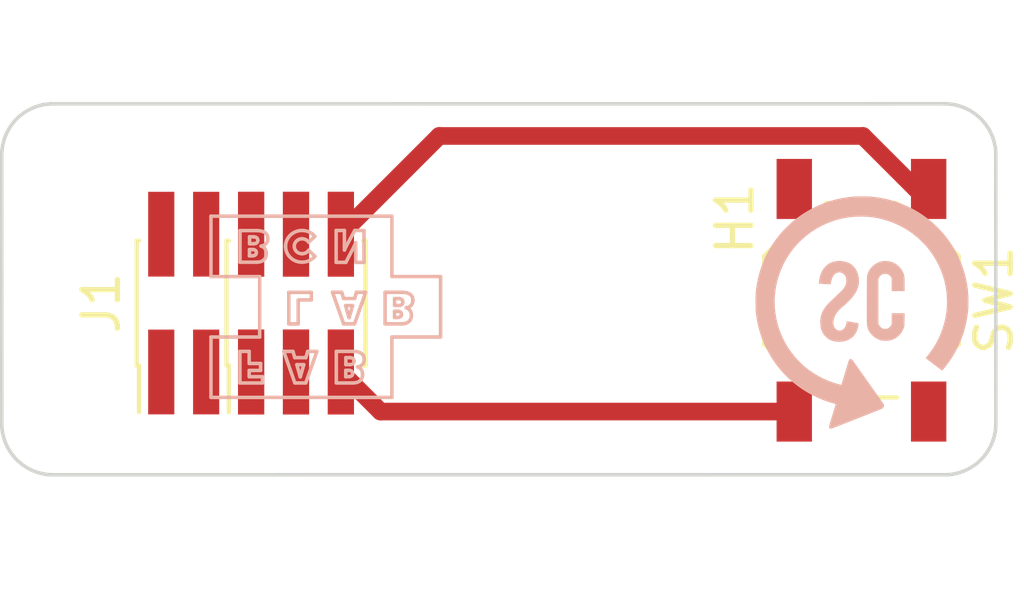
<source format=kicad_pcb>
(kicad_pcb (version 20211014) (generator pcbnew)
  (layers (0 "F.Cu" signal) (31 "B.Cu" signal) (34 "B.Paste" user) (35 "F.Paste" user) (36 "B.SilkS" user "B.Silkscreen") (37 "F.SilkS" user "F.Silkscreen") (38 "B.Mask" user) (39 "F.Mask" user) (44 "Edge.Cuts" user))
  (net 0 "")
  (net 1 "Board_0-Net-(J1-Pad10)")
  (net 2 "Board_0-Net-(J1-Pad9)")
  (footprint "Connector_PinHeader_1.27mm:PinHeader_2x05_P1.27mm_Vertical_SMD" (layer "F.Cu") (at 22.05 20.64 90)
    (fp_text reference "J1" (at 0 -4.235 90 unlocked) (layer "F.SilkS"))
    (fp_text value "Conn_02x05_Odd_Even")
    (fp_line (start -1.765 3.17) (end -1.765 3.235) (layer "F.SilkS") (width 0.12))
    (fp_line (start -1.765 -3.235) (end -1.765 -3.17) (layer "F.SilkS") (width 0.12))
    (fp_line (start -3.09 -3.17) (end -1.765 -3.17) (layer "F.SilkS") (width 0.12))
    (fp_line (start 1.765 -3.235) (end 1.765 -3.17) (layer "F.SilkS") (width 0.12))
    (fp_line (start 1.765 3.17) (end 1.765 3.235) (layer "F.SilkS") (width 0.12))
    (fp_line (start -1.765 -3.235) (end 1.765 -3.235) (layer "F.SilkS") (width 0.12))
    (fp_line (start -1.765 3.235) (end 1.765 3.235) (layer "F.SilkS") (width 0.12))
    (pad "1" smd rect locked (at -1.95 -2.54 90) (size 2.4 0.74) (layers "F.Cu" "F.Paste" "F.Mask"))
    (pad "2" smd rect locked (at 1.95 -2.54 90) (size 2.4 0.74) (layers "F.Cu" "F.Paste" "F.Mask"))
    (pad "3" smd rect locked (at -1.95 -1.27 90) (size 2.4 0.74) (layers "F.Cu" "F.Paste" "F.Mask"))
    (pad "4" smd rect locked (at 1.95 -1.27 90) (size 2.4 0.74) (layers "F.Cu" "F.Paste" "F.Mask"))
    (pad "5" smd rect locked (at -1.95 0 90) (size 2.4 0.74) (layers "F.Cu" "F.Paste" "F.Mask"))
    (pad "6" smd rect locked (at 1.95 0 90) (size 2.4 0.74) (layers "F.Cu" "F.Paste" "F.Mask"))
    (pad "7" smd rect locked (at -1.95 1.27 90) (size 2.4 0.74) (layers "F.Cu" "F.Paste" "F.Mask"))
    (pad "8" smd rect locked (at 1.95 1.27 90) (size 2.4 0.74) (layers "F.Cu" "F.Paste" "F.Mask"))
    (pad "9" smd rect locked (at -1.95 2.54 90) (size 2.4 0.74) (layers "F.Cu" "F.Paste" "F.Mask") (net 2 "Board_0-Net-(J1-Pad9)"))
    (pad "10" smd rect locked (at 1.95 2.54 90) (size 2.4 0.74) (layers "F.Cu" "F.Paste" "F.Mask") (net 1 "Board_0-Net-(J1-Pad10)"))
  )
  (footprint "Button_Switch_SMD:SW_SPST_TL3342" (layer "F.Cu") (at 39.31 20.56 -90)
    (fp_text reference "SW1" (at 0 -3.75 90 unlocked) (layer "F.SilkS"))
    (fp_text value "SW_SPST")
    (fp_line (start -1.25 -2.75) (end 1.25 -2.75) (layer "F.SilkS") (width 0.12))
    (fp_line (start 1.7 -2.3) (end 1.25 -2.75) (layer "F.SilkS") (width 0.12))
    (fp_line (start -1.7 2.3) (end -1.25 2.75) (layer "F.SilkS") (width 0.12))
    (fp_line (start -2.75 -1) (end -2.75 1) (layer "F.SilkS") (width 0.12))
    (fp_line (start 1.7 2.3) (end 1.25 2.75) (layer "F.SilkS") (width 0.12))
    (fp_line (start 2.75 -1) (end 2.75 1) (layer "F.SilkS") (width 0.12))
    (fp_line (start -1.7 -2.3) (end -1.25 -2.75) (layer "F.SilkS") (width 0.12))
    (fp_line (start -1.25 2.75) (end 1.25 2.75) (layer "F.SilkS") (width 0.12))
    (pad "1" smd rect locked (at -3.15 -1.9 270) (size 1.7 1) (layers "F.Cu" "F.Paste" "F.Mask") (net 1 "Board_0-Net-(J1-Pad10)"))
    (pad "1" smd rect locked (at 3.15 -1.9 270) (size 1.7 1) (layers "F.Cu" "F.Paste" "F.Mask") (net 1 "Board_0-Net-(J1-Pad10)"))
    (pad "2" smd rect locked (at 3.15 1.9 270) (size 1.7 1) (layers "F.Cu" "F.Paste" "F.Mask") (net 2 "Board_0-Net-(J1-Pad9)"))
    (pad "2" smd rect locked (at -3.15 1.9 270) (size 1.7 1) (layers "F.Cu" "F.Paste" "F.Mask") (net 2 "Board_0-Net-(J1-Pad9)"))
  )
  (footprint "MountingHole:MountingHole_3.2mm_M3" (layer "F.Cu") (at 33.35 20.57 -90)
    (fp_text reference "H1" (at -2.32 -2.38 90 unlocked) (layer "F.SilkS"))
    (fp_text value "MountingHole")
    (pad "" np_thru_hole circle locked (at 0 -0.14 270) (size 3.2 3.2) (drill 3.2) (layers *.Cu *.Mask))
  )
  (footprint "Connector_PinHeader_1.27mm:PinHeader_2x03_P1.27mm_Vertical_SMD" (layer "F.Cu") (at 23.32 20.64 90)
    (fp_text reference "J2" hide)
    (fp_text value "Conn_02x03_Odd_Even")
    (fp_line (start -1.765 1.9) (end -1.765 1.965) (layer "F.SilkS") (width 0.12))
    (fp_line (start -1.765 -1.965) (end -1.765 -1.9) (layer "F.SilkS") (width 0.12))
    (fp_line (start -1.765 -1.965) (end 1.765 -1.965) (layer "F.SilkS") (width 0.12))
    (fp_line (start -3.09 -1.9) (end -1.765 -1.9) (layer "F.SilkS") (width 0.12))
    (fp_line (start 1.765 1.9) (end 1.765 1.965) (layer "F.SilkS") (width 0.12))
    (fp_line (start 1.765 -1.965) (end 1.765 -1.9) (layer "F.SilkS") (width 0.12))
    (fp_line (start -1.765 1.965) (end 1.765 1.965) (layer "F.SilkS") (width 0.12))
    (pad "1" smd rect locked (at -1.95 -1.27 90) (size 2.4 0.74) (layers "F.Cu" "F.Paste" "F.Mask"))
    (pad "2" smd rect locked (at 1.95 -1.27 90) (size 2.4 0.74) (layers "F.Cu" "F.Paste" "F.Mask"))
    (pad "3" smd rect locked (at -1.95 0 90) (size 2.4 0.74) (layers "F.Cu" "F.Paste" "F.Mask"))
    (pad "4" smd rect locked (at 1.95 0 90) (size 2.4 0.74) (layers "F.Cu" "F.Paste" "F.Mask"))
    (pad "5" smd rect locked (at -1.95 1.27 90) (size 2.4 0.74) (layers "F.Cu" "F.Paste" "F.Mask") (net 2 "Board_0-Net-(J1-Pad9)"))
    (pad "6" smd rect locked (at 1.95 1.27 90) (size 2.4 0.74) (layers "F.Cu" "F.Paste" "F.Mask") (net 1 "Board_0-Net-(J1-Pad10)"))
  )
  (footprint "logos:smartcitizen" (layer "B.Cu") (at 39.49 20.93)
    (fp_text reference "U2" hide)
    (fp_text value "sc" hide)
    (fp_poly (pts (xy -1.043464 3.260296) (xy -1.042292 3.260179) (xy -1.03467 3.258031) (xy -1.018255 3.252363) (xy -0.993684 3.243427) (xy -0.961597 3.231473) (xy -0.922632 3.216754) (xy -0.877427 3.199519) (xy -0.826621 3.180021) (xy -0.770852 3.158511) (xy -0.710759 3.13524) (xy -0.64698 3.110459) (xy -0.580155 3.084419) (xy -0.51092 3.057372) (xy -0.439915 3.029569) (xy -0.367779 3.001261) (xy -0.295149 2.9727) (xy -0.222665 2.944136) (xy -0.150965 2.915822) (xy -0.080686 2.888007) (xy -0.012469 2.860944) (xy 0.053049 2.834884) (xy 0.115229 2.810077) (xy 0.173433 2.786776) (xy 0.227023 2.765231) (xy 0.275359 2.745694) (xy 0.317803 2.728416) (xy 0.353716 2.713647) (xy 0.382461 2.701641) (xy 0.403399 2.692647) (xy 0.415891 2.686917) (xy 0.419094 2.685129) (xy 0.436992 2.665485) (xy 0.448292 2.640472) (xy 0.452418 2.612905) (xy 0.448792 2.585598) (xy 0.4426 2.570405) (xy 0.438534 2.564129) (xy 0.429002 2.550142) (xy 0.414401 2.529008) (xy 0.395131 2.501293) (xy 0.371591 2.467562) (xy 0.34418 2.42838) (xy 0.313295 2.384312) (xy 0.279337 2.335924) (xy 0.242704 2.283781) (xy 0.203794 2.228448) (xy 0.163007 2.17049) (xy 0.12074 2.110472) (xy 0.077394 2.048959) (xy 0.033367 1.986517) (xy -0.010943 1.923711) (xy -0.055136 1.861107) (xy -0.098815 1.799268) (xy -0.141579 1.738761) (xy -0.183031 1.68015) (xy -0.222772 1.624002) (xy -0.260402 1.57088) (xy -0.295523 1.52135) (xy -0.327736 1.475978) (xy -0.356643 1.435329) (xy -0.381844 1.399967) (xy -0.402941 1.370458) (xy -0.419535 1.347368) (xy -0.431227 1.33126) (xy -0.437619 1.322702) (xy -0.438536 1.321588) (xy -0.456939 1.306435) (xy -0.477196 1.297251) (xy -0.489577 1.2954) (xy -0.503488 1.299866) (xy -0.517861 1.311627) (xy -0.530293 1.328234) (xy -0.537516 1.344265) (xy -0.540022 1.352406) (xy -0.545205 1.36942) (xy -0.552807 1.394451) (xy -0.562569 1.426647) (xy -0.574232 1.465151) (xy -0.587538 1.50911) (xy -0.602228 1.557671) (xy -0.618043 1.609977) (xy -0.634724 1.665176) (xy -0.643486 1.69418) (xy -0.660355 1.74996) (xy -0.676386 1.802848) (xy -0.691336 1.852046) (xy -0.704961 1.896756) (xy -0.717015 1.93618) (xy -0.727255 1.969518) (xy -0.735437 1.995975) (xy -0.741315 2.01475) (xy -0.744646 2.025046) (xy -0.74531 2.026813) (xy -0.751258 2.026903) (xy -0.765496 2.0243) (xy -0.786627 2.019382) (xy -0.813259 2.012531) (xy -0.843996 2.004128) (xy -0.877443 1.994553) (xy -0.912206 1.984187) (xy -0.94689 1.97341) (xy -0.9779 1.963337) (xy -1.126235 1.908794) (xy -1.269201 1.845654) (xy -1.407087 1.773762) (xy -1.540178 1.692962) (xy -1.668763 1.603096) (xy -1.734659 1.552158) (xy -1.852291 1.451687) (xy -1.962946 1.344063) (xy -2.06632 1.229759) (xy -2.162107 1.109247) (xy -2.250004 0.982998) (xy -2.329705 0.851485) (xy -2.400906 0.715179) (xy -2.463303 0.574553) (xy -2.516589 0.430078) (xy -2.560462 0.282226) (xy -2.564465 0.2667) (xy -2.598174 0.113772) (xy -2.621792 -0.039886) (xy -2.635336 -0.193958) (xy -2.63882 -0.348126) (xy -2.63226 -0.502072) (xy -2.615672 -0.65548) (xy -2.589071 -0.808033) (xy -2.552473 -0.959414) (xy -2.505893 -1.109304) (xy -2.495796 -1.13792) (xy -2.438557 -1.282315) (xy -2.372697 -1.421654) (xy -2.298564 -1.555657) (xy -2.216506 -1.68404) (xy -2.126872 -1.806521) (xy -2.030009 -1.922819) (xy -1.926266 -2.032652) (xy -1.815991 -2.135736) (xy -1.699531 -2.231791) (xy -1.577236 -2.320534) (xy -1.449453 -2.401683) (xy -1.31653 -2.474955) (xy -1.178815 -2.54007) (xy -1.036657 -2.596744) (xy -0.890403 -2.644696) (xy -0.740402 -2.683643) (xy -0.587002 -2.713304) (xy -0.54356 -2.719896) (xy -0.403659 -2.735516) (xy -0.260651 -2.74312) (xy -0.117097 -2.742686) (xy 0.024443 -2.734196) (xy 0.10922 -2.724985) (xy 0.263491 -2.700112) (xy 0.416114 -2.665375) (xy 0.566421 -2.621018) (xy 0.713746 -2.56729) (xy 0.857424 -2.504436) (xy 0.996789 -2.432705) (xy 1.131174 -2.352342) (xy 1.152753 -2.338315) (xy 1.275675 -2.251818) (xy 1.393516 -2.157517) (xy 1.505308 -2.056315) (xy 1.610082 -1.949118) (xy 1.706869 -1.836831) (xy 1.753327 -1.777254) (xy 1.843629 -1.649076) (xy 1.925056 -1.516502) (xy 1.997493 -1.379959) (xy 2.060823 -1.239877) (xy 2.11493 -1.096683) (xy 2.1597 -0.950804) (xy 2.195017 -0.802668) (xy 2.220765 -0.652704) (xy 2.236828 -0.501339) (xy 2.243091 -0.349002) (xy 2.239438 -0.196119) (xy 2.225753 -0.043119) (xy 2.224551 -0.033471) (xy 2.199956 0.120478) (xy 2.165585 0.272185) (xy 2.121657 0.421149) (xy 2.068389 0.566872) (xy 2.006 0.708854) (xy 1.934709 0.846597) (xy 1.854734 0.979599) (xy 1.766293 1.107363) (xy 1.674772 1.223265) (xy 1.660073 1.241592) (xy 1.649507 1.256488) (xy 1.64407 1.266453) (xy 1.643888 1.269729) (xy 1.651795 1.276436) (xy 1.666487 1.288174) (xy 1.687075 1.304275) (xy 1.712673 1.324068) (xy 1.742392 1.346883) (xy 1.775344 1.37205) (xy 1.810643 1.3989) (xy 1.8474 1.426761) (xy 1.884728 1.454965) (xy 1.921738 1.482841) (xy 1.957543 1.509719) (xy 1.991256 1.53493) (xy 2.021989 1.557803) (xy 2.048854 1.577668) (xy 2.070963 1.593856) (xy 2.087428 1.605697) (xy 2.097363 1.612519) (xy 2.099981 1.613947) (xy 2.106051 1.609043) (xy 2.117335 1.597183) (xy 2.132896 1.579496) (xy 2.151794 1.557113) (xy 2.173092 1.531162) (xy 2.195851 1.502773) (xy 2.219132 1.473075) (xy 2.241997 1.443197) (xy 2.243371 1.441376) (xy 2.343576 1.300094) (xy 2.435173 1.153664) (xy 2.517982 1.00252) (xy 2.59182 0.847095) (xy 2.656507 0.687823) (xy 2.711861 0.525138) (xy 2.757701 0.359473) (xy 2.793844 0.191261) (xy 2.811681 0.083313) (xy 2.822257 0.004411) (xy 2.830251 -0.070941) (xy 2.835877 -0.145844) (xy 2.83935 -0.223399) (xy 2.840884 -0.306707) (xy 2.841004 -0.34036) (xy 2.837251 -0.498393) (xy 2.8258 -0.651238) (xy 2.806365 -0.800659) (xy 2.778659 -0.948416) (xy 2.742396 -1.096274) (xy 2.697288 -1.245995) (xy 2.690165 -1.26746) (xy 2.630049 -1.430905) (xy 2.561124 -1.589503) (xy 2.483653 -1.742974) (xy 2.397899 -1.891042) (xy 2.304127 -2.033429) (xy 2.2026 -2.169856) (xy 2.093582 -2.300047) (xy 1.977338 -2.423724) (xy 1.85413 -2.540609) (xy 1.724223 -2.650424) (xy 1.587881 -2.752892) (xy 1.445367 -2.847735) (xy 1.296946 -2.934675) (xy 1.142881 -3.013435) (xy 0.983436 -3.083736) (xy 0.9525 -3.096137) (xy 0.791613 -3.154625) (xy 0.629556 -3.203501) (xy 0.465363 -3.24299) (xy 0.298066 -3.273314) (xy 0.126699 -3.294697) (xy 0.07366 -3.299459) (xy 0.047884 -3.301118) (xy 0.014476 -3.302584) (xy -0.024867 -3.303839) (xy -0.068444 -3.304866) (xy -0.114556 -3.30565) (xy -0.161503 -3.306173) (xy -0.207587 -3.306419) (xy -0.251107 -3.306371) (xy -0.290364 -3.306013) (xy -0.323658 -3.305327) (xy -0.349291 -3.304297) (xy -0.35814 -3.303695) (xy -0.453635 -3.295037) (xy -0.541103 -3.285384) (xy -0.622658 -3.2744) (xy -0.700413 -3.261749) (xy -0.776479 -3.247098) (xy -0.852971 -3.23011) (xy -0.90932 -3.216287) (xy -1.079763 -3.167791) (xy -1.246203 -3.109981) (xy -1.408426 -3.042967) (xy -1.566218 -2.966859) (xy -1.719362 -2.881768) (xy -1.867643 -2.787804) (xy -2.010847 -2.685078) (xy -2.12852 -2.590868) (xy -2.159006 -2.564291) (xy -2.194485 -2.531796) (xy -2.2335 -2.494843) (xy -2.274592 -2.454894) (xy -2.316304 -2.413407) (xy -2.357176 -2.371845) (xy -2.395752 -2.331669) (xy -2.430572 -2.294338) (xy -2.460179 -2.261314) (xy -2.475962 -2.24282) (xy -2.586305 -2.102332) (xy -2.687392 -1.957742) (xy -2.779176 -1.809168) (xy -2.861609 -1.656728) (xy -2.934643 -1.50054) (xy -2.998231 -1.34072) (xy -3.052325 -1.177387) (xy -3.096877 -1.010659) (xy -3.131839 -0.840653) (xy -3.157165 -0.667487) (xy -3.170238 -0.529754) (xy -3.172114 -0.49531) (xy -3.173394 -0.45314) (xy -3.174104 -0.405053) (xy -3.174272 -0.35286) (xy -3.173924 -0.298374) (xy -3.173086 -0.243404) (xy -3.171785 -0.189761) (xy -3.170048 -0.139256) (xy -3.167902 -0.093701) (xy -3.165372 -0.054905) (xy -3.162866 -0.02794) (xy -3.142871 0.121637) (xy -3.117361 0.264411) (xy -3.08586 0.402403) (xy -3.047893 0.537632) (xy -3.002986 0.672118) (xy -2.989573 0.70866) (xy -2.923973 0.869838) (xy -2.849801 1.025766) (xy -2.767332 1.176195) (xy -2.676838 1.320875) (xy -2.578591 1.459558) (xy -2.472866 1.591993) (xy -2.359934 1.717933) (xy -2.240069 1.837127) (xy -2.113545 1.949327) (xy -1.980633 2.054283) (xy -1.841607 2.151746) (xy -1.696741 2.241466) (xy -1.546306 2.323195) (xy -1.390576 2.396683) (xy -1.229825 2.461682) (xy -1.064324 2.517941) (xy -0.980812 2.542455) (xy -0.954262 2.550111) (xy -0.931599 2.557147) (xy -0.914442 2.56302) (xy -0.904405 2.567187) (xy -0.902469 2.568753) (xy -0.904059 2.574233) (xy -0.908382 2.58859) (xy -0.915185 2.610994) (xy -0.924214 2.640613) (xy -0.935214 2.676613) (xy -0.947931 2.718163) (xy -0.962111 2.76443) (xy -0.977499 2.814584) (xy -0.993841 2.86779) (xy -0.997719 2.88041) (xy -1.018045 2.946625) (xy -1.035514 3.003851) (xy -1.050283 3.052801) (xy -1.062511 3.094188) (xy -1.072353 3.128726) (xy -1.079967 3.157128) (xy -1.085511 3.180108) (xy -1.089142 3.198378) (xy -1.091018 3.212653) (xy -1.091295 3.223645) (xy -1.090131 3.232068) (xy -1.087683 3.238635) (xy -1.084109 3.244059) (xy -1.079566 3.249054) (xy -1.079122 3.249501) (xy -1.069296 3.25764) (xy -1.058925 3.260799) (xy -1.043464 3.260296)) (layer "B.SilkS") (width 0.01) (fill solid))
    (fp_poly (pts (xy -0.738043 0.798215) (xy -0.669289 0.787007) (xy -0.603769 0.768715) (xy -0.567807 0.754792) (xy -0.529241 0.736878) (xy -0.497252 0.718803) (xy -0.468471 0.698322) (xy -0.439532 0.67319) (xy -0.426207 0.6604) (xy -0.380123 0.609356) (xy -0.342834 0.554864) (xy -0.313359 0.495275) (xy -0.292645 0.435729) (xy -0.287215 0.415187) (xy -0.281662 0.391118) (xy -0.276354 0.365557) (xy -0.271662 0.340541) (xy -0.267955 0.318105) (xy -0.265601 0.300284) (xy -0.264971 0.289115) (xy -0.265562 0.286466) (xy -0.271075 0.284891) (xy -0.285126 0.281853) (xy -0.306239 0.27762) (xy -0.33294 0.272462) (xy -0.363755 0.266646) (xy -0.397208 0.260442) (xy -0.431827 0.254119) (xy -0.466135 0.247944) (xy -0.49866 0.242187) (xy -0.527926 0.237117) (xy -0.552459 0.233002) (xy -0.570785 0.230111) (xy -0.581428 0.228713) (xy -0.58293 0.228625) (xy -0.591884 0.231207) (xy -0.59436 0.240626) (xy -0.59436 0.240649) (xy -0.596217 0.257254) (xy -0.601227 0.280403) (xy -0.608553 0.307295) (xy -0.617357 0.335131) (xy -0.6268 0.361112) (xy -0.636045 0.382437) (xy -0.637904 0.386101) (xy -0.663056 0.425419) (xy -0.692313 0.455443) (xy -0.725685 0.476179) (xy -0.763181 0.487633) (xy -0.804812 0.48981) (xy -0.828654 0.487188) (xy -0.861538 0.479284) (xy -0.888234 0.466327) (xy -0.912182 0.446518) (xy -0.918078 0.440354) (xy -0.941251 0.410544) (xy -0.958201 0.377465) (xy -0.969417 0.339563) (xy -0.975386 0.295288) (xy -0.976712 0.254) (xy -0.973314 0.199411) (xy -0.963074 0.147389) (xy -0.945426 0.096436) (xy -0.919805 0.045056) (xy -0.885646 -0.008252) (xy -0.869443 -0.03048) (xy -0.845144 -0.061245) (xy -0.819127 -0.09087) (xy -0.789923 -0.120819) (xy -0.756063 -0.152554) (xy -0.716079 -0.187537) (xy -0.68834 -0.21086) (xy -0.652393 -0.240992) (xy -0.622421 -0.266823) (xy -0.596362 -0.290267) (xy -0.572156 -0.313242) (xy -0.547743 -0.337662) (xy -0.521062 -0.365444) (xy -0.513683 -0.373259) (xy -0.451826 -0.442601) (xy -0.399168 -0.509711) (xy -0.355225 -0.575437) (xy -0.319514 -0.640627) (xy -0.291552 -0.706128) (xy -0.270856 -0.772789) (xy -0.261288 -0.81598) (xy -0.257088 -0.84855) (xy -0.255052 -0.887985) (xy -0.255091 -0.931245) (xy -0.257116 -0.975287) (xy -0.261037 -1.01707) (xy -0.266764 -1.053553) (xy -0.268521 -1.06172) (xy -0.287626 -1.12735) (xy -0.313639 -1.189866) (xy -0.345741 -1.248048) (xy -0.383111 -1.300674) (xy -0.424932 -1.346526) (xy -0.470385 -1.384383) (xy -0.496428 -1.401233) (xy -0.558429 -1.431801) (xy -0.626146 -1.454873) (xy -0.698165 -1.470192) (xy -0.773077 -1.477506) (xy -0.849468 -1.476557) (xy -0.890991 -1.472501) (xy -0.964762 -1.458518) (xy -1.032684 -1.436241) (xy -1.094818 -1.40564) (xy -1.151228 -1.366686) (xy -1.198349 -1.323204) (xy -1.24697 -1.264668) (xy -1.288316 -1.199178) (xy -1.322286 -1.126976) (xy -1.348779 -1.048303) (xy -1.367695 -0.963399) (xy -1.376715 -0.897088) (xy -1.378732 -0.87571) (xy -1.380045 -0.858504) (xy -1.3805 -0.847701) (xy -1.380261 -0.845166) (xy -1.375084 -0.844498) (xy -1.36126 -0.843272) (xy -1.340279 -0.841595) (xy -1.31363 -0.839569) (xy -1.282806 -0.837302) (xy -1.249296 -0.834895) (xy -1.214591 -0.832456) (xy -1.180182 -0.830087) (xy -1.147559 -0.827894) (xy -1.118212 -0.825981) (xy -1.093634 -0.824453) (xy -1.075313 -0.823414) (xy -1.06474 -0.82297) (xy -1.063875 -0.822961) (xy -1.058947 -0.823946) (xy -1.05516 -0.828073) (xy -1.051856 -0.837099) (xy -1.04838 -0.852781) (xy -1.044388 -0.87503) (xy -1.035273 -0.918885) (xy -1.02336 -0.962245) (xy -1.00957 -1.002243) (xy -0.994825 -1.036013) (xy -0.989302 -1.046373) (xy -0.970886 -1.073178) (xy -0.946938 -1.100104) (xy -0.920488 -1.12413) (xy -0.89457 -1.142234) (xy -0.891271 -1.144063) (xy -0.853605 -1.158606) (xy -0.813324 -1.164027) (xy -0.772313 -1.160313) (xy -0.732457 -1.147452) (xy -0.727598 -1.145175) (xy -0.704906 -1.131234) (xy -0.68069 -1.111633) (xy -0.657812 -1.089114) (xy -0.639135 -1.066419) (xy -0.629977 -1.051669) (xy -0.618007 -1.020501) (xy -0.609687 -0.982718) (xy -0.605272 -0.94128) (xy -0.605018 -0.899149) (xy -0.609178 -0.859285) (xy -0.612148 -0.844588) (xy -0.62766 -0.796724) (xy -0.651493 -0.74751) (xy -0.682449 -0.699149) (xy -0.710044 -0.664276) (xy -0.717661 -0.656299) (xy -0.7319 -0.642209) (xy -0.751927 -0.6228) (xy -0.776913 -0.598864) (xy -0.806026 -0.571195) (xy -0.838434 -0.540587) (xy -0.873306 -0.507832) (xy -0.906989 -0.476353) (xy -0.944525 -0.441169) (xy -0.981245 -0.406391) (xy -1.01617 -0.372971) (xy -1.048317 -0.341865) (xy -1.076706 -0.314024) (xy -1.100356 -0.290405) (xy -1.118287 -0.271959) (xy -1.12776 -0.261675) (xy -1.176751 -0.203487) (xy -1.217801 -0.149028) (xy -1.2517 -0.096826) (xy -1.279237 -0.045412) (xy -1.3012 0.006685) (xy -1.318379 0.060937) (xy -1.331382 0.117873) (xy -1.335397 0.140224) (xy -1.338187 0.16007) (xy -1.339885 0.179875) (xy -1.340626 0.202101) (xy -1.340544 0.229212) (xy -1.339773 0.26367) (xy -1.339622 0.269069) (xy -1.337476 0.319098) (xy -1.333862 0.361404) (xy -1.328363 0.398372) (xy -1.320561 0.432384) (xy -1.310036 0.465825) (xy -1.300766 0.490314) (xy -1.271001 0.552134) (xy -1.23351 0.609131) (xy -1.189286 0.660201) (xy -1.139321 0.704243) (xy -1.084605 0.740155) (xy -1.068265 0.748755) (xy -1.009939 0.772642) (xy -0.945981 0.789554) (xy -0.878163 0.799467) (xy -0.808259 0.802361) (xy -0.738043 0.798215)) (layer "B.SilkS") (width 0.01) (fill solid))
    (fp_poly (pts (xy 0.527669 0.773423) (xy 0.562492 0.771923) (xy 0.593173 0.769315) (xy 0.61687 0.765628) (xy 0.617394 0.765512) (xy 0.689322 0.744467) (xy 0.75614 0.714822) (xy 0.81736 0.676958) (xy 0.872497 0.631254) (xy 0.921063 0.57809) (xy 0.962572 0.517847) (xy 0.983099 0.48006) (xy 0.99544 0.454587) (xy 1.005566 0.431887) (xy 1.013709 0.410561) (xy 1.020104 0.389207) (xy 1.024984 0.366424) (xy 1.028583 0.340811) (xy 1.031136 0.310966) (xy 1.032875 0.275489) (xy 1.034034 0.232978) (xy 1.034848 0.182032) (xy 1.035011 0.16891) (xy 1.037049 0) (xy 0.68072 0) (xy 0.68072 0.14713) (xy 0.680675 0.190143) (xy 0.68049 0.224315) (xy 0.680085 0.250963) (xy 0.679379 0.271407) (xy 0.678293 0.286964) (xy 0.676748 0.298953) (xy 0.674664 0.308692) (xy 0.671961 0.317499) (xy 0.670129 0.322566) (xy 0.654523 0.352398) (xy 0.631294 0.381434) (xy 0.602832 0.407164) (xy 0.571528 0.427074) (xy 0.569872 0.427901) (xy 0.552235 0.436084) (xy 0.537672 0.441039) (xy 0.522383 0.443557) (xy 0.502568 0.444432) (xy 0.490326 0.4445) (xy 0.466238 0.44405) (xy 0.448439 0.442214) (xy 0.433081 0.438262) (xy 0.416314 0.431466) (xy 0.412635 0.429785) (xy 0.382626 0.411606) (xy 0.353892 0.386435) (xy 0.329172 0.357138) (xy 0.31121 0.326576) (xy 0.309102 0.321651) (xy 0.29718 0.2921) (xy 0.29718 -0.978114) (xy 0.313779 -1.011833) (xy 0.33574 -1.047025) (xy 0.363654 -1.076873) (xy 0.395666 -1.099694) (xy 0.424818 -1.112347) (xy 0.469483 -1.121146) (xy 0.513647 -1.120314) (xy 0.555998 -1.110224) (xy 0.595221 -1.091249) (xy 0.630003 -1.06376) (xy 0.642124 -1.050761) (xy 0.651877 -1.038944) (xy 0.659835 -1.027747) (xy 0.66618 -1.016011) (xy 0.671093 -1.002577) (xy 0.674758 -0.986288) (xy 0.677356 -0.965984) (xy 0.679068 -0.940507) (xy 0.680078 -0.908699) (xy 0.680565 -0.8694) (xy 0.680714 -0.821452) (xy 0.68072 -0.804989) (xy 0.68072 -0.635) (xy 1.03632 -0.635) (xy 1.03632 -0.817214) (xy 1.036192 -0.873153) (xy 1.035734 -0.920196) (xy 1.034833 -0.959605) (xy 1.033376 -0.992641) (xy 1.031251 -1.020566) (xy 1.028345 -1.044642) (xy 1.024546 -1.06613) (xy 1.01974 -1.086292) (xy 1.013814 -1.106391) (xy 1.009268 -1.12014) (xy 0.982943 -1.182043) (xy 0.947774 -1.240875) (xy 0.904889 -1.295505) (xy 0.855419 -1.344804) (xy 0.800491 -1.387644) (xy 0.741233 -1.422896) (xy 0.68072 -1.44876) (xy 0.63539 -1.461396) (xy 0.583992 -1.470522) (xy 0.530113 -1.475795) (xy 0.477336 -1.476872) (xy 0.429249 -1.473411) (xy 0.426492 -1.473038) (xy 0.356182 -1.458155) (xy 0.288903 -1.433702) (xy 0.225167 -1.399951) (xy 0.165484 -1.357174) (xy 0.110364 -1.305644) (xy 0.108216 -1.303355) (xy 0.067794 -1.254942) (xy 0.035233 -1.204047) (xy 0.009299 -1.148417) (xy -0.01124 -1.085802) (xy -0.011572 -1.08458) (xy -0.013157 -1.078641) (xy -0.014584 -1.072762) (xy -0.015862 -1.066401) (xy -0.017001 -1.059012) (xy -0.018011 -1.050052) (xy -0.018901 -1.038977) (xy -0.019682 -1.025243) (xy -0.020362 -1.008306) (xy -0.020952 -0.987622) (xy -0.021462 -0.962649) (xy -0.0219 -0.93284) (xy -0.022278 -0.897654) (xy -0.022604 -0.856545) (xy -0.022888 -0.80897) (xy -0.023141 -0.754385) (xy -0.023371 -0.692247) (xy -0.023589 -0.622011) (xy -0.023804 -0.543133) (xy -0.024026 -0.45507) (xy -0.024214 -0.37846) (xy -0.024446 -0.268053) (xy -0.02458 -0.167615) (xy -0.024614 -0.076955) (xy -0.024547 0.004117) (xy -0.024378 0.075792) (xy -0.024106 0.13826) (xy -0.02373 0.191713) (xy -0.02325 0.236341) (xy -0.022663 0.272334) (xy -0.021969 0.299883) (xy -0.021167 0.319179) (xy -0.020283 0.3302) (xy -0.006724 0.396802) (xy 0.016042 0.460358) (xy 0.047338 0.520169) (xy 0.086485 0.575537) (xy 0.132804 0.62576) (xy 0.185619 0.670141) (xy 0.244249 0.707978) (xy 0.308019 0.738573) (xy 0.376248 0.761225) (xy 0.40386 0.767743) (xy 0.4268 0.770974) (xy 0.456979 0.772978) (xy 0.491549 0.773784) (xy 0.527669 0.773423)) (layer "B.SilkS") (width 0.01) (fill solid))
  )
  (footprint "logos:fablab" (layer "B.Cu") (at 23.85 16.37)
    (fp_text reference "U1" hide)
    (fp_text value "fablab")
    (fp_line (start -1.530869 6.175908) (end -1.530869 5.979142) (layer "B.SilkS") (width 0.1))
    (fp_line (start -1.84313 2.394577) (end -1.727637 2.394577) (layer "B.SilkS") (width 0.1))
    (fp_line (start 0.61003 6.530941) (end 1.072003 6.530941) (layer "B.SilkS") (width 0.1))
    (fp_line (start 2.776596 4.188998) (end 2.776596 4.188998) (layer "B.SilkS") (width 0.1))
    (fp_line (start -1.845269 2.753889) (end -1.75758 2.753889) (layer "B.SilkS") (width 0.1))
    (fp_line (start -1.853822 5.63694) (end -2.114752 5.63694) (layer "B.SilkS") (width 0.1))
    (fp_line (start 1.43987 3.964428) (end 1.178941 3.964428) (layer "B.SilkS") (width 0.1))
    (fp_line (start 2.374509 4.338711) (end 2.259016 4.338711) (layer "B.SilkS") (width 0.1))
    (fp_line (start 1.157553 2.563539) (end 1.159692 2.563539) (layer "B.SilkS") (width 0.1))
    (fp_line (start -0.733113 3.966567) (end -0.733113 4.860569) (layer "B.SilkS") (width 0.1))
    (fp_line (start -1.639948 2.219198) (end -2.112614 2.219198) (layer "B.SilkS") (width 0.1))
    (fp_line (start -0.172754 2.775275) (end 0.006902 2.944237) (layer "B.SilkS") (width 0.1))
    (fp_line (start -0.506404 6.013362) (end -0.309638 6.013362) (layer "B.SilkS") (width 0.1))
    (fp_line (start -1.727637 2.591343) (end -1.84313 2.591343) (layer "B.SilkS") (width 0.1))
    (fp_line (start -0.25403 6.530941) (end 0.060367 5.63694) (layer "B.SilkS") (width 0.1))
    (fp_line (start 0.004763 2.381742) (end -0.172754 2.546427) (layer "B.SilkS") (width 0.1))
    (fp_line (start 3.559388 3.519564) (end 3.559388 5.230575) (layer "B.SilkS") (width 0.1))
    (fp_line (start -2.933898 3.519564) (end -2.933898 1.810692) (layer "B.SilkS") (width 0.1))
    (fp_line (start 1.159692 2.676893) (end 1.159692 3.117478) (layer "B.SilkS") (width 0.1))
    (fp_line (start 1.12761 4.141945) (end 0.815351 4.141945) (layer "B.SilkS") (width 0.1))
    (fp_line (start -2.112614 2.219198) (end -2.112614 3.113201) (layer "B.SilkS") (width 0.1))
    (fp_line (start -2.933898 6.939447) (end -2.933898 5.230575) (layer "B.SilkS") (width 0.1))
    (fp_line (start -1.853822 5.979142) (end -1.853822 5.63694) (layer "B.SilkS") (width 0.1))
    (fp_line (start -0.467906 4.860569) (end -0.467906 4.180443) (layer "B.SilkS") (width 0.1))
    (fp_line (start -0.467906 4.180443) (end -0.0979 4.180443) (layer "B.SilkS") (width 0.1))
    (fp_line (start 0.877375 6.351286) (end 0.877375 6.353425) (layer "B.SilkS") (width 0.1))
    (fp_line (start 1.178941 3.964428) (end 1.12761 4.141945) (layer "B.SilkS") (width 0.1))
    (fp_line (start 0.879514 3.117478) (end 1.106223 2.681171) (layer "B.SilkS") (width 0.1))
    (fp_line (start 1.131888 2.214921) (end 0.890208 2.659783) (layer "B.SilkS") (width 0.1))
    (fp_line (start 0.838878 2.214921) (end 0.605752 2.214921) (layer "B.SilkS") (width 0.1))
    (fp_line (start -0.410159 6.355564) (end -0.506404 6.013362) (layer "B.SilkS") (width 0.1))
    (fp_line (start 0.060367 5.63694) (end -0.200561 5.63694) (layer "B.SilkS") (width 0.1))
    (fp_line (start 1.989531 4.858431) (end 2.451504 4.858431) (layer "B.SilkS") (width 0.1))
    (fp_line (start 2.182024 1.810692) (end 2.182024 3.519564) (layer "B.SilkS") (width 0.1))
    (fp_line (start -1.610005 2.495098) (end -1.610005 2.495098) (layer "B.SilkS") (width 0.1))
    (fp_line (start 0.838878 2.649089) (end 0.838878 2.214921) (layer "B.SilkS") (width 0.1))
    (fp_line (start 2.492141 4.242467) (end 2.492141 4.242467) (layer "B.SilkS") (width 0.1))
    (fp_line (start 2.259016 4.141945) (end 2.374509 4.141945) (layer "B.SilkS") (width 0.1))
    (fp_line (start 0.877375 6.173769) (end 0.965064 6.173769) (layer "B.SilkS") (width 0.1))
    (fp_line (start -0.251891 5.814457) (end -0.56415 5.814457) (layer "B.SilkS") (width 0.1))
    (fp_line (start 0.877375 6.353425) (end 0.877375 6.173769) (layer "B.SilkS") (width 0.1))
    (fp_line (start 1.392817 3.117478) (end 1.392817 2.214921) (layer "B.SilkS") (width 0.1))
    (fp_line (start -0.87641 5.63694) (end -0.562012 6.530941) (layer "B.SilkS") (width 0.1))
    (fp_line (start -0.562012 6.530941) (end -0.25403 6.530941) (layer "B.SilkS") (width 0.1))
    (fp_line (start 2.182024 6.939447) (end -2.933898 6.939447) (layer "B.SilkS") (width 0.1))
    (fp_line (start -0.0979 4.180443) (end -0.0979 3.966567) (layer "B.SilkS") (width 0.1))
    (fp_line (start 1.159692 2.563539) (end 1.159692 2.676893) (layer "B.SilkS") (width 0.1))
    (fp_line (start -0.56415 5.814457) (end -0.615481 5.63694) (layer "B.SilkS") (width 0.1))
    (fp_line (start 0.815351 4.141945) (end 0.764021 3.964428) (layer "B.SilkS") (width 0.1))
    (fp_line (start 0.969342 4.683052) (end 0.873098 4.34085) (layer "B.SilkS") (width 0.1))
    (fp_line (start 2.256877 4.678775) (end 2.256877 4.680913) (layer "B.SilkS") (width 0.1))
    (fp_line (start -2.933898 1.810692) (end 2.182024 1.810692) (layer "B.SilkS") (width 0.1))
    (fp_line (start -0.309638 6.013362) (end -0.408021 6.355564) (layer "B.SilkS") (width 0.1))
    (fp_line (start 2.182024 3.519564) (end 3.559388 3.519564) (layer "B.SilkS") (width 0.1))
    (fp_line (start -0.408021 6.355564) (end -0.410159 6.355564) (layer "B.SilkS") (width 0.1))
    (fp_line (start -1.556534 5.230575) (end -1.556534 3.519564) (layer "B.SilkS") (width 0.1))
    (fp_line (start 0.605752 3.117478) (end 0.879514 3.117478) (layer "B.SilkS") (width 0.1))
    (fp_line (start -1.556534 3.519564) (end -2.933898 3.519564) (layer "B.SilkS") (width 0.1))
    (fp_line (start 0.838878 2.76886) (end 0.838878 2.649089) (layer "B.SilkS") (width 0.1))
    (fp_line (start -1.75758 2.931406) (end -1.845269 2.931406) (layer "B.SilkS") (width 0.1))
    (fp_line (start 0.764021 3.964428) (end 0.503092 3.964428) (layer "B.SilkS") (width 0.1))
    (fp_line (start 2.259016 4.338711) (end 2.259016 4.141945) (layer "B.SilkS") (width 0.1))
    (fp_line (start 0.61003 5.63694) (end 0.61003 6.530941) (layer "B.SilkS") (width 0.1))
    (fp_line (start -1.32555 2.443768) (end -1.32555 2.443768) (layer "B.SilkS") (width 0.1))
    (fp_line (start -1.845269 2.931406) (end -1.845269 2.933545) (layer "B.SilkS") (width 0.1))
    (fp_line (start 0.971481 4.683052) (end 0.969342 4.683052) (layer "B.SilkS") (width 0.1))
    (fp_line (start 2.256877 4.501257) (end 2.344566 4.501257) (layer "B.SilkS") (width 0.1))
    (fp_line (start 1.397094 5.86151) (end 1.397094 5.86151) (layer "B.SilkS") (width 0.1))
    (fp_line (start 2.256877 4.680913) (end 2.256877 4.501257) (layer "B.SilkS") (width 0.1))
    (fp_line (start 0.605752 2.214921) (end 0.605752 3.117478) (layer "B.SilkS") (width 0.1))
    (fp_line (start -1.84313 2.591343) (end -1.84313 2.394577) (layer "B.SilkS") (width 0.1))
    (fp_line (start 0.879514 6.011223) (end 0.879514 5.814457) (layer "B.SilkS") (width 0.1))
    (fp_line (start 2.462198 3.964428) (end 1.989531 3.964428) (layer "B.SilkS") (width 0.1))
    (fp_line (start 0.965064 6.351286) (end 0.877375 6.351286) (layer "B.SilkS") (width 0.1))
    (fp_line (start 2.344566 4.678775) (end 2.256877 4.678775) (layer "B.SilkS") (width 0.1))
    (fp_line (start 1.069864 4.34085) (end 0.971481 4.683052) (layer "B.SilkS") (width 0.1))
    (fp_line (start 0.841016 2.76886) (end 0.838878 2.76886) (layer "B.SilkS") (width 0.1))
    (fp_line (start 0.995007 6.011223) (end 0.879514 6.011223) (layer "B.SilkS") (width 0.1))
    (fp_line (start 1.112639 5.914979) (end 1.112639 5.914979) (layer "B.SilkS") (width 0.1))
    (fp_line (start 1.989531 3.964428) (end 1.989531 4.858431) (layer "B.SilkS") (width 0.1))
    (fp_line (start 0.873098 4.34085) (end 1.069864 4.34085) (layer "B.SilkS") (width 0.1))
    (fp_line (start -1.853822 6.353426) (end -1.853822 6.175908) (layer "B.SilkS") (width 0.1))
    (fp_line (start 0.879514 5.814457) (end 0.995007 5.814457) (layer "B.SilkS") (width 0.1))
    (fp_line (start -0.615481 5.63694) (end -0.87641 5.63694) (layer "B.SilkS") (width 0.1))
    (fp_line (start 1.159692 3.117478) (end 1.392817 3.117478) (layer "B.SilkS") (width 0.1))
    (fp_line (start 1.392817 2.214921) (end 1.131888 2.214921) (layer "B.SilkS") (width 0.1))
    (fp_line (start -1.530869 5.979142) (end -1.853822 5.979142) (layer "B.SilkS") (width 0.1))
    (fp_line (start 0.81749 4.858431) (end 1.125472 4.858431) (layer "B.SilkS") (width 0.1))
    (fp_line (start -1.845269 2.933545) (end -1.845269 2.753889) (layer "B.SilkS") (width 0.1))
    (fp_line (start -1.4774 6.353426) (end -1.853822 6.353426) (layer "B.SilkS") (width 0.1))
    (fp_line (start 1.082696 5.63694) (end 0.61003 5.63694) (layer "B.SilkS") (width 0.1))
    (fp_line (start 2.182024 5.230575) (end 2.182024 6.939447) (layer "B.SilkS") (width 0.1))
    (fp_line (start -1.853822 6.175908) (end -1.530869 6.175908) (layer "B.SilkS") (width 0.1))
    (fp_line (start 0.503092 3.964428) (end 0.81749 4.858431) (layer "B.SilkS") (width 0.1))
    (fp_line (start -2.114752 6.530943) (end -1.4774 6.530943) (layer "B.SilkS") (width 0.1))
    (fp_line (start -2.114752 5.63694) (end -2.114752 6.530943) (layer "B.SilkS") (width 0.1))
    (fp_line (start -0.0979 3.966567) (end -0.733113 3.966567) (layer "B.SilkS") (width 0.1))
    (fp_line (start 1.125472 4.858431) (end 1.43987 3.964428) (layer "B.SilkS") (width 0.1))
    (fp_line (start -2.933898 5.230575) (end -1.556534 5.230575) (layer "B.SilkS") (width 0.1))
    (fp_line (start -0.733113 4.860569) (end -0.467906 4.860569) (layer "B.SilkS") (width 0.1))
    (fp_line (start 3.559388 5.230575) (end 2.182024 5.230575) (layer "B.SilkS") (width 0.1))
    (fp_line (start -2.112614 3.113201) (end -1.650641 3.113201) (layer "B.SilkS") (width 0.1))
    (fp_line (start -1.4774 6.530943) (end -1.4774 6.353426) (layer "B.SilkS") (width 0.1))
    (fp_line (start -0.200561 5.63694) (end -0.251891 5.814457) (layer "B.SilkS") (width 0.1))
    (fp_curve (pts (xy -1.727637 2.394577) (xy -1.654919 2.394577) (xy -1.610005 2.433074) (xy -1.610005 2.495098)) (layer "B.SilkS") (width 0.1))
    (fp_curve (pts (xy 0.890208 2.659783) (xy 0.873098 2.698281) (xy 0.85171 2.738917) (xy 0.841016 2.76886)) (layer "B.SilkS") (width 0.1))
    (fp_curve (pts (xy 2.776596 4.188998) (xy 2.776596 4.035007) (xy 2.656825 3.964428) (xy 2.462198 3.964428)) (layer "B.SilkS") (width 0.1))
    (fp_curve (pts (xy 0.006902 2.944237) (xy -0.078649 3.046898) (xy -0.211252 3.113199) (xy -0.358827 3.113199)) (layer "B.SilkS") (width 0.1))
    (fp_curve (pts (xy 2.344566 4.501257) (xy 2.408729 4.501257) (xy 2.451504 4.5312) (xy 2.451504 4.591085)) (layer "B.SilkS") (width 0.1))
    (fp_curve (pts (xy -1.32555 2.443768) (xy -1.32555 2.289777) (xy -1.44532 2.219198) (xy -1.639948 2.219198)) (layer "B.SilkS") (width 0.1))
    (fp_curve (pts (xy 1.35218 6.291401) (xy 1.35218 6.190879) (xy 1.311544 6.101051) (xy 1.204606 6.075386)) (layer "B.SilkS") (width 0.1))
    (fp_curve (pts (xy -0.358827 2.450182) (xy -0.480736 2.450182) (xy -0.57912 2.544288) (xy -0.57912 2.66192)) (layer "B.SilkS") (width 0.1))
    (fp_curve (pts (xy -1.610005 2.495098) (xy -1.610005 2.557123) (xy -1.657058 2.591343) (xy -1.727637 2.591343)) (layer "B.SilkS") (width 0.1))
    (fp_curve (pts (xy -0.358827 2.873658) (xy -0.279692 2.873658) (xy -0.211252 2.83516) (xy -0.172754 2.775275)) (layer "B.SilkS") (width 0.1))
    (fp_curve (pts (xy 0.995007 5.814457) (xy 1.067725 5.814457) (xy 1.112639 5.852955) (xy 1.112639 5.914979)) (layer "B.SilkS") (width 0.1))
    (fp_curve (pts (xy 1.112639 5.914979) (xy 1.112639 5.977003) (xy 1.065586 6.011223) (xy 0.995007 6.011223)) (layer "B.SilkS") (width 0.1))
    (fp_curve (pts (xy 2.374509 4.141945) (xy 2.447227 4.141945) (xy 2.492141 4.180443) (xy 2.492141 4.242467)) (layer "B.SilkS") (width 0.1))
    (fp_curve (pts (xy 2.731682 4.618889) (xy 2.731682 4.518367) (xy 2.691045 4.428539) (xy 2.584107 4.402874)) (layer "B.SilkS") (width 0.1))
    (fp_curve (pts (xy -0.825077 2.664059) (xy -0.825077 2.415962) (xy -0.615478 2.214919) (xy -0.358827 2.214919)) (layer "B.SilkS") (width 0.1))
    (fp_curve (pts (xy 2.451504 4.591085) (xy 2.451504 4.648832) (xy 2.408729 4.678775) (xy 2.344566 4.678775)) (layer "B.SilkS") (width 0.1))
    (fp_curve (pts (xy 2.584107 4.402874) (xy 2.708156 4.385764) (xy 2.776596 4.308769) (xy 2.776596 4.188998)) (layer "B.SilkS") (width 0.1))
    (fp_curve (pts (xy 1.204606 6.075386) (xy 1.328654 6.058276) (xy 1.397094 5.981281) (xy 1.397094 5.86151)) (layer "B.SilkS") (width 0.1))
    (fp_curve (pts (xy -1.518038 2.657644) (xy -1.396129 2.640534) (xy -1.32555 2.5614) (xy -1.32555 2.443768)) (layer "B.SilkS") (width 0.1))
    (fp_curve (pts (xy 2.492141 4.242467) (xy 2.492141 4.304491) (xy 2.445088 4.338711) (xy 2.374509 4.338711)) (layer "B.SilkS") (width 0.1))
    (fp_curve (pts (xy 2.451504 4.858431) (xy 2.641854 4.858431) (xy 2.731682 4.762186) (xy 2.731682 4.618889)) (layer "B.SilkS") (width 0.1))
    (fp_curve (pts (xy 1.397094 5.86151) (xy 1.397094 5.707519) (xy 1.277324 5.63694) (xy 1.082696 5.63694)) (layer "B.SilkS") (width 0.1))
    (fp_curve (pts (xy -0.172754 2.546427) (xy -0.211252 2.48868) (xy -0.279692 2.450182) (xy -0.358827 2.450182)) (layer "B.SilkS") (width 0.1))
    (fp_curve (pts (xy 1.106223 2.681171) (xy 1.123333 2.646951) (xy 1.146859 2.59562) (xy 1.157553 2.563539)) (layer "B.SilkS") (width 0.1))
    (fp_curve (pts (xy 0.965064 6.173769) (xy 1.029227 6.173769) (xy 1.072003 6.203712) (xy 1.072003 6.263597)) (layer "B.SilkS") (width 0.1))
    (fp_curve (pts (xy -0.358827 2.214919) (xy -0.211252 2.214919) (xy -0.080788 2.28122) (xy 0.004763 2.381742)) (layer "B.SilkS") (width 0.1))
    (fp_curve (pts (xy -1.370464 2.873659) (xy -1.370464 2.773138) (xy -1.4111 2.68331) (xy -1.518038 2.657644)) (layer "B.SilkS") (width 0.1))
    (fp_curve (pts (xy 1.072003 6.263597) (xy 1.072003 6.321344) (xy 1.029227 6.351286) (xy 0.965064 6.351286)) (layer "B.SilkS") (width 0.1))
    (fp_curve (pts (xy -1.75758 2.753889) (xy -1.693417 2.753889) (xy -1.650641 2.783831) (xy -1.650641 2.843717)) (layer "B.SilkS") (width 0.1))
    (fp_curve (pts (xy -1.650641 3.113201) (xy -1.460292 3.113201) (xy -1.370464 3.016956) (xy -1.370464 2.873659)) (layer "B.SilkS") (width 0.1))
    (fp_curve (pts (xy -0.57912 2.66192) (xy -0.57912 2.779552) (xy -0.480736 2.873658) (xy -0.358827 2.873658)) (layer "B.SilkS") (width 0.1))
    (fp_curve (pts (xy 1.072003 6.530941) (xy 1.262352 6.530941) (xy 1.35218 6.434697) (xy 1.35218 6.291401)) (layer "B.SilkS") (width 0.1))
    (fp_curve (pts (xy -1.650641 2.843717) (xy -1.650641 2.901463) (xy -1.693417 2.931406) (xy -1.75758 2.931406)) (layer "B.SilkS") (width 0.1))
    (fp_curve (pts (xy -0.358827 3.113199) (xy -0.617617 3.113199) (xy -0.825077 2.912156) (xy -0.825077 2.664059)) (layer "B.SilkS") (width 0.1))
  )
  (gr_line (start 15.01672 24.26957) (end 15.007439 24.196694) (layer "Edge.Cuts") (width 0.1))
  (gr_line (start 16.015923 15.066498) (end 16.086553 15.046288) (layer "Edge.Cuts") (width 0.1))
  (gr_line (start 42.850106 15.621661) (end 42.890534 15.683002) (layer "Edge.Cuts") (width 0.1))
  (gr_line (start 15.303375 15.562446) (end 15.3498 15.505509) (layer "Edge.Cuts") (width 0.1))
  (gr_line (start 15.746312 15.182197) (end 15.811428 15.148183) (layer "Edge.Cuts") (width 0.1))
  (gr_line (start 16.303305 25.49256) (end 16.230429 25.483279) (layer "Edge.Cuts") (width 0.1))
  (gr_line (start 42.659002 25.100949) (end 42.60449 25.150199) (layer "Edge.Cuts") (width 0.1))
  (gr_line (start 15.811428 15.148183) (end 15.878184 15.117511) (layer "Edge.Cuts") (width 0.1))
  (gr_line (start 42.363687 15.182197) (end 42.426997 15.219465) (layer "Edge.Cuts") (width 0.1))
  (gr_line (start 42.231815 15.117511) (end 42.298571 15.148183) (layer "Edge.Cuts") (width 0.1))
  (gr_line (start 42.60449 15.3498) (end 42.659002 15.39905) (layer "Edge.Cuts") (width 0.1))
  (gr_line (start 42.231815 25.382488) (end 42.163592 25.40974) (layer "Edge.Cuts") (width 0.1))
  (gr_line (start 42.806624 15.562446) (end 42.850106 15.621661) (layer "Edge.Cuts") (width 0.1))
  (gr_line (start 15.219465 15.683002) (end 15.259893 15.621661) (layer "Edge.Cuts") (width 0.1))
  (gr_line (start 15.505509 25.150199) (end 15.450997 25.100949) (layer "Edge.Cuts") (width 0.1))
  (gr_line (start 43.043501 16.015923) (end 43.063711 16.086553) (layer "Edge.Cuts") (width 0.1))
  (gr_line (start 15.878184 25.382488) (end 15.811428 25.351816) (layer "Edge.Cuts") (width 0.1))
  (gr_line (start 43.093279 24.26957) (end 43.080318 24.341882) (layer "Edge.Cuts") (width 0.1))
  (gr_line (start 42.363687 25.317802) (end 42.298571 25.351816) (layer "Edge.Cuts") (width 0.1))
  (gr_line (start 42.992488 15.878184) (end 43.01974 15.946407) (layer "Edge.Cuts") (width 0.1))
  (gr_line (start 42.094076 25.433501) (end 42.023446 25.453711) (layer "Edge.Cuts") (width 0.1))
  (gr_line (start 15.3498 24.99449) (end 15.303375 24.937553) (layer "Edge.Cuts") (width 0.1))
  (gr_line (start 42.163592 15.090259) (end 42.231815 15.117511) (layer "Edge.Cuts") (width 0.1))
  (gr_line (start 15.946407 25.40974) (end 15.878184 25.382488) (layer "Edge.Cuts") (width 0.1))
  (gr_line (start 41.87957 25.483279) (end 41.806694 25.49256) (layer "Edge.Cuts") (width 0.1))
  (gr_line (start 15.001861 24.123441) (end 15 16.45) (layer "Edge.Cuts") (width 0.1))
  (gr_line (start 41.951882 15.029681) (end 42.023446 15.046288) (layer "Edge.Cuts") (width 0.1))
  (gr_line (start 42.961816 15.811428) (end 42.992488 15.878184) (layer "Edge.Cuts") (width 0.1))
  (gr_line (start 15.01672 16.230429) (end 15.029681 16.158117) (layer "Edge.Cuts") (width 0.1))
  (gr_line (start 41.951882 25.470318) (end 41.87957 25.483279) (layer "Edge.Cuts") (width 0.1))
  (gr_line (start 15.450997 15.39905) (end 15.505509 15.3498) (layer "Edge.Cuts") (width 0.1))
  (gr_line (start 42.426997 25.280534) (end 42.363687 25.317802) (layer "Edge.Cuts") (width 0.1))
  (gr_line (start 15.946407 15.090259) (end 16.015923 15.066498) (layer "Edge.Cuts") (width 0.1))
  (gr_line (start 15.182197 15.746312) (end 15.219465 15.683002) (layer "Edge.Cuts") (width 0.1))
  (gr_line (start 42.710949 15.450997) (end 42.760199 15.505509) (layer "Edge.Cuts") (width 0.1))
  (gr_line (start 42.927802 24.753687) (end 42.890534 24.816997) (layer "Edge.Cuts") (width 0.1))
  (gr_line (start 16.015923 25.433501) (end 15.946407 25.40974) (layer "Edge.Cuts") (width 0.1))
  (gr_line (start 41.733441 15.001861) (end 41.806694 15.007439) (layer "Edge.Cuts") (width 0.1))
  (gr_line (start 15.878184 15.117511) (end 15.946407 15.090259) (layer "Edge.Cuts") (width 0.1))
  (gr_line (start 15.117511 15.878184) (end 15.148183 15.811428) (layer "Edge.Cuts") (width 0.1))
  (gr_line (start 16.230429 15.01672) (end 16.303305 15.007439) (layer "Edge.Cuts") (width 0.1))
  (gr_line (start 43.01974 15.946407) (end 43.043501 16.015923) (layer "Edge.Cuts") (width 0.1))
  (gr_line (start 42.488338 25.240106) (end 42.426997 25.280534) (layer "Edge.Cuts") (width 0.1))
  (gr_line (start 43.063711 24.413446) (end 43.043501 24.484076) (layer "Edge.Cuts") (width 0.1))
  (gr_line (start 41.733441 25.498138) (end 16.45 25.5) (layer "Edge.Cuts") (width 0.1))
  (gr_line (start 16.158117 15.029681) (end 16.230429 15.01672) (layer "Edge.Cuts") (width 0.1))
  (gr_line (start 15.046288 16.086553) (end 15.066498 16.015923) (layer "Edge.Cuts") (width 0.1))
  (gr_line (start 43.043501 24.484076) (end 43.01974 24.553592) (layer "Edge.Cuts") (width 0.1))
  (gr_line (start 42.850106 24.878338) (end 42.806624 24.937553) (layer "Edge.Cuts") (width 0.1))
  (gr_line (start 15 16.45) (end 15.001861 16.376558) (layer "Edge.Cuts") (width 0.1))
  (gr_line (start 43.11 24.05) (end 43.108138 24.123441) (layer "Edge.Cuts") (width 0.1))
  (gr_line (start 43.093279 16.230429) (end 43.10256 16.303305) (layer "Edge.Cuts") (width 0.1))
  (gr_line (start 43.063711 16.086553) (end 43.080318 16.158117) (layer "Edge.Cuts") (width 0.1))
  (gr_line (start 41.87957 15.01672) (end 41.951882 15.029681) (layer "Edge.Cuts") (width 0.1))
  (gr_line (start 42.927802 15.746312) (end 42.961816 15.811428) (layer "Edge.Cuts") (width 0.1))
  (gr_line (start 15.505509 15.3498) (end 15.562446 15.303375) (layer "Edge.Cuts") (width 0.1))
  (gr_line (start 15.562446 15.303375) (end 15.621661 15.259893) (layer "Edge.Cuts") (width 0.1))
  (gr_line (start 43.01974 24.553592) (end 42.992488 24.621815) (layer "Edge.Cuts") (width 0.1))
  (gr_line (start 43.10256 16.303305) (end 43.108138 16.376558) (layer "Edge.Cuts") (width 0.1))
  (gr_line (start 15.046288 24.413446) (end 15.029681 24.341882) (layer "Edge.Cuts") (width 0.1))
  (gr_line (start 16.086553 25.453711) (end 16.015923 25.433501) (layer "Edge.Cuts") (width 0.1))
  (gr_line (start 15.007439 16.303305) (end 15.01672 16.230429) (layer "Edge.Cuts") (width 0.1))
  (gr_line (start 16.376558 25.498138) (end 16.303305 25.49256) (layer "Edge.Cuts") (width 0.1))
  (gr_line (start 15.001861 16.376558) (end 15.007439 16.303305) (layer "Edge.Cuts") (width 0.1))
  (gr_line (start 15.562446 25.196624) (end 15.505509 25.150199) (layer "Edge.Cuts") (width 0.1))
  (gr_line (start 16.086553 15.046288) (end 16.158117 15.029681) (layer "Edge.Cuts") (width 0.1))
  (gr_line (start 42.163592 25.40974) (end 42.094076 25.433501) (layer "Edge.Cuts") (width 0.1))
  (gr_line (start 15.450997 25.100949) (end 15.39905 25.049002) (layer "Edge.Cuts") (width 0.1))
  (gr_line (start 16.376558 15.001861) (end 41.66 15) (layer "Edge.Cuts") (width 0.1))
  (gr_line (start 42.094076 15.066498) (end 42.163592 15.090259) (layer "Edge.Cuts") (width 0.1))
  (gr_line (start 42.298571 25.351816) (end 42.231815 25.382488) (layer "Edge.Cuts") (width 0.1))
  (gr_line (start 15.029681 24.341882) (end 15.01672 24.26957) (layer "Edge.Cuts") (width 0.1))
  (gr_line (start 15.066498 16.015923) (end 15.090259 15.946407) (layer "Edge.Cuts") (width 0.1))
  (gr_line (start 42.961816 24.688571) (end 42.927802 24.753687) (layer "Edge.Cuts") (width 0.1))
  (gr_line (start 42.023446 15.046288) (end 42.094076 15.066498) (layer "Edge.Cuts") (width 0.1))
  (gr_line (start 15.090259 15.946407) (end 15.117511 15.878184) (layer "Edge.Cuts") (width 0.1))
  (gr_line (start 43.108138 24.123441) (end 43.10256 24.196694) (layer "Edge.Cuts") (width 0.1))
  (gr_line (start 42.806624 24.937553) (end 42.760199 24.99449) (layer "Edge.Cuts") (width 0.1))
  (gr_line (start 15.3498 15.505509) (end 15.39905 15.450997) (layer "Edge.Cuts") (width 0.1))
  (gr_line (start 42.488338 15.259893) (end 42.547553 15.303375) (layer "Edge.Cuts") (width 0.1))
  (gr_line (start 15.621661 15.259893) (end 15.683002 15.219465) (layer "Edge.Cuts") (width 0.1))
  (gr_line (start 43.080318 16.158117) (end 43.093279 16.230429) (layer "Edge.Cuts") (width 0.1))
  (gr_line (start 41.806694 15.007439) (end 41.87957 15.01672) (layer "Edge.Cuts") (width 0.1))
  (gr_line (start 15.066498 24.484076) (end 15.046288 24.413446) (layer "Edge.Cuts") (width 0.1))
  (gr_line (start 42.547553 25.196624) (end 42.488338 25.240106) (layer "Edge.Cuts") (width 0.1))
  (gr_line (start 15.259893 15.621661) (end 15.303375 15.562446) (layer "Edge.Cuts") (width 0.1))
  (gr_line (start 42.298571 15.148183) (end 42.363687 15.182197) (layer "Edge.Cuts") (width 0.1))
  (gr_line (start 42.760199 15.505509) (end 42.806624 15.562446) (layer "Edge.Cuts") (width 0.1))
  (gr_line (start 41.806694 25.49256) (end 41.733441 25.498138) (layer "Edge.Cuts") (width 0.1))
  (gr_line (start 15.746312 25.317802) (end 15.683002 25.280534) (layer "Edge.Cuts") (width 0.1))
  (gr_line (start 15.303375 24.937553) (end 15.259893 24.878338) (layer "Edge.Cuts") (width 0.1))
  (gr_line (start 43.080318 24.341882) (end 43.063711 24.413446) (layer "Edge.Cuts") (width 0.1))
  (gr_line (start 42.710949 25.049002) (end 42.659002 25.100949) (layer "Edge.Cuts") (width 0.1))
  (gr_line (start 15.182197 24.753687) (end 15.148183 24.688571) (layer "Edge.Cuts") (width 0.1))
  (gr_line (start 42.547553 15.303375) (end 42.60449 15.3498) (layer "Edge.Cuts") (width 0.1))
  (gr_line (start 43.10256 24.196694) (end 43.093279 24.26957) (layer "Edge.Cuts") (width 0.1))
  (gr_line (start 16.303305 15.007439) (end 16.376558 15.001861) (layer "Edge.Cuts") (width 0.1))
  (gr_line (start 42.890534 24.816997) (end 42.850106 24.878338) (layer "Edge.Cuts") (width 0.1))
  (gr_line (start 15.090259 24.553592) (end 15.066498 24.484076) (layer "Edge.Cuts") (width 0.1))
  (gr_line (start 15.029681 16.158117) (end 15.046288 16.086553) (layer "Edge.Cuts") (width 0.1))
  (gr_line (start 15.811428 25.351816) (end 15.746312 25.317802) (layer "Edge.Cuts") (width 0.1))
  (gr_line (start 42.426997 15.219465) (end 42.488338 15.259893) (layer "Edge.Cuts") (width 0.1))
  (gr_line (start 42.659002 15.39905) (end 42.710949 15.450997) (layer "Edge.Cuts") (width 0.1))
  (gr_line (start 15.259893 24.878338) (end 15.219465 24.816997) (layer "Edge.Cuts") (width 0.1))
  (gr_line (start 15.621661 25.240106) (end 15.562446 25.196624) (layer "Edge.Cuts") (width 0.1))
  (gr_line (start 42.992488 24.621815) (end 42.961816 24.688571) (layer "Edge.Cuts") (width 0.1))
  (gr_line (start 41.66 15) (end 41.733441 15.001861) (layer "Edge.Cuts") (width 0.1))
  (gr_line (start 15.39905 25.049002) (end 15.3498 24.99449) (layer "Edge.Cuts") (width 0.1))
  (gr_line (start 15.117511 24.621815) (end 15.090259 24.553592) (layer "Edge.Cuts") (width 0.1))
  (gr_line (start 41.66 15) (end 41.66 15) (layer "Edge.Cuts") (width 0.1))
  (gr_line (start 42.023446 25.453711) (end 41.951882 25.470318) (layer "Edge.Cuts") (width 0.1))
  (gr_line (start 42.890534 15.683002) (end 42.927802 15.746312) (layer "Edge.Cuts") (width 0.1))
  (gr_line (start 15.148183 15.811428) (end 15.182197 15.746312) (layer "Edge.Cuts") (width 0.1))
  (gr_line (start 15.683002 15.219465) (end 15.746312 15.182197) (layer "Edge.Cuts") (width 0.1))
  (gr_line (start 16.230429 25.483279) (end 16.158117 25.470318) (layer "Edge.Cuts") (width 0.1))
  (gr_line (start 15.39905 15.450997) (end 15.450997 15.39905) (layer "Edge.Cuts") (width 0.1))
  (gr_line (start 42.60449 25.150199) (end 42.547553 25.196624) (layer "Edge.Cuts") (width 0.1))
  (gr_line (start 16.45 25.5) (end 16.376558 25.498138) (layer "Edge.Cuts") (width 0.1))
  (gr_line (start 15.148183 24.688571) (end 15.117511 24.621815) (layer "Edge.Cuts") (width 0.1))
  (gr_line (start 43.108138 16.376558) (end 43.11 24.05) (layer "Edge.Cuts") (width 0.1))
  (gr_line (start 42.760199 24.99449) (end 42.710949 25.049002) (layer "Edge.Cuts") (width 0.1))
  (gr_line (start 15.007439 24.196694) (end 15.001861 24.123441) (layer "Edge.Cuts") (width 0.1))
  (gr_line (start 15.683002 25.280534) (end 15.621661 25.240106) (layer "Edge.Cuts") (width 0.1))
  (gr_line (start 15.219465 24.816997) (end 15.182197 24.753687) (layer "Edge.Cuts") (width 0.1))
  (gr_line (start 16.158117 25.470318) (end 16.086553 25.453711) (layer "Edge.Cuts") (width 0.1))
  (segment (start 39.349999 15.909999) (end 27.370001 15.909999) (width 0.5) (layer "F.Cu") (net 1))
  (segment (start 27.370001 15.909999) (end 24.59 18.69) (width 0.5) (layer "F.Cu") (net 1))
  (segment (start 41.21 17.41) (end 40.85 17.41) (width 0.5) (layer "F.Cu") (net 1))
  (segment (start 40.85 17.41) (end 39.349999 15.909999) (width 0.5) (layer "F.Cu") (net 1))
  (segment (start 24.59 22.59) (end 25.71 23.71) (width 0.5) (layer "F.Cu") (net 2))
  (segment (start 25.71 23.71) (end 37.41 23.71) (width 0.5) (layer "F.Cu") (net 2))
)
</source>
